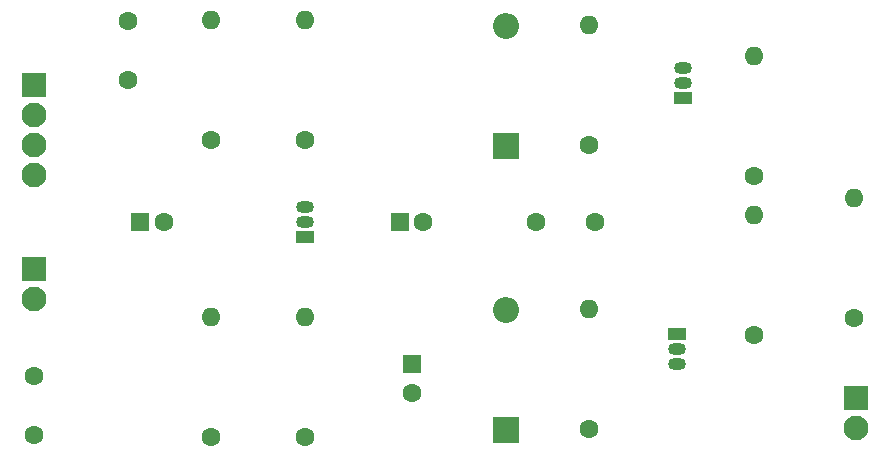
<source format=gbr>
%TF.GenerationSoftware,KiCad,Pcbnew,7.0.11-7.0.11~ubuntu20.04.1*%
%TF.CreationDate,2024-04-30T23:20:12-04:00*%
%TF.ProjectId,AudioAmpEEL,41756469-6f41-46d7-9045-454c2e6b6963,rev?*%
%TF.SameCoordinates,Original*%
%TF.FileFunction,Soldermask,Top*%
%TF.FilePolarity,Negative*%
%FSLAX46Y46*%
G04 Gerber Fmt 4.6, Leading zero omitted, Abs format (unit mm)*
G04 Created by KiCad (PCBNEW 7.0.11-7.0.11~ubuntu20.04.1) date 2024-04-30 23:20:12*
%MOMM*%
%LPD*%
G01*
G04 APERTURE LIST*
%ADD10R,1.600000X1.600000*%
%ADD11C,1.600000*%
%ADD12O,1.600000X1.600000*%
%ADD13R,2.200000X2.200000*%
%ADD14O,2.200000X2.200000*%
%ADD15R,2.100000X2.100000*%
%ADD16C,2.100000*%
%ADD17R,1.500000X1.050000*%
%ADD18O,1.500000X1.050000*%
G04 APERTURE END LIST*
D10*
%TO.C,C2*%
X140000000Y-93000000D03*
D11*
X142000000Y-93000000D03*
%TD*%
%TO.C,R3*%
X156000000Y-86500000D03*
D12*
X156000000Y-76340000D03*
%TD*%
D13*
%TO.C,D2*%
X149000000Y-110580000D03*
D14*
X149000000Y-100420000D03*
%TD*%
D15*
%TO.C,J3*%
X109000000Y-81380000D03*
D16*
X109000000Y-83920000D03*
X109000000Y-86460000D03*
X109000000Y-89000000D03*
%TD*%
D11*
%TO.C,RLoad1*%
X178500000Y-101080000D03*
D12*
X178500000Y-90920000D03*
%TD*%
D11*
%TO.C,R4*%
X156000000Y-110500000D03*
D12*
X156000000Y-100340000D03*
%TD*%
D11*
%TO.C,C6*%
X109000000Y-111000000D03*
X109000000Y-106000000D03*
%TD*%
D15*
%TO.C,J1*%
X109000000Y-96960000D03*
D16*
X109000000Y-99500000D03*
%TD*%
D17*
%TO.C,Q3*%
X163500000Y-102460000D03*
D18*
X163500000Y-103730000D03*
X163500000Y-105000000D03*
%TD*%
D17*
%TO.C,Q2*%
X164000000Y-82500000D03*
D18*
X164000000Y-81230000D03*
X164000000Y-79960000D03*
%TD*%
D17*
%TO.C,Q1*%
X132000000Y-94270000D03*
D18*
X132000000Y-93000000D03*
X132000000Y-91730000D03*
%TD*%
D10*
%TO.C,C1*%
X118000000Y-93000000D03*
D11*
X120000000Y-93000000D03*
%TD*%
%TO.C,R5*%
X170000000Y-102580000D03*
D12*
X170000000Y-92420000D03*
%TD*%
D11*
%TO.C,Rc1*%
X132000000Y-86080000D03*
D12*
X132000000Y-75920000D03*
%TD*%
D11*
%TO.C,C5*%
X151500000Y-93000000D03*
X156500000Y-93000000D03*
%TD*%
%TO.C,C4*%
X117000000Y-81000000D03*
X117000000Y-76000000D03*
%TD*%
D15*
%TO.C,J2*%
X178640000Y-107890000D03*
D16*
X178640000Y-110430000D03*
%TD*%
D11*
%TO.C,R6*%
X170000000Y-89080000D03*
D12*
X170000000Y-78920000D03*
%TD*%
D13*
%TO.C,D1*%
X149000000Y-86580000D03*
D14*
X149000000Y-76420000D03*
%TD*%
D11*
%TO.C,R1*%
X124000000Y-86080000D03*
D12*
X124000000Y-75920000D03*
%TD*%
D11*
%TO.C,Re1*%
X132000000Y-111160000D03*
D12*
X132000000Y-101000000D03*
%TD*%
D10*
%TO.C,C3*%
X141000000Y-105000000D03*
D11*
X141000000Y-107500000D03*
%TD*%
%TO.C,R2*%
X124000000Y-111160000D03*
D12*
X124000000Y-101000000D03*
%TD*%
M02*

</source>
